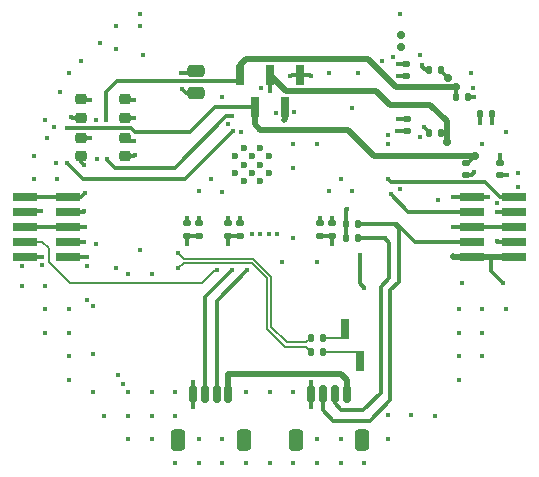
<source format=gbl>
%TF.GenerationSoftware,KiCad,Pcbnew,(6.0.9)*%
%TF.CreationDate,2023-02-02T10:43:15+01:00*%
%TF.ProjectId,ESPBoard,45535042-6f61-4726-942e-6b696361645f,rev?*%
%TF.SameCoordinates,Original*%
%TF.FileFunction,Copper,L6,Bot*%
%TF.FilePolarity,Positive*%
%FSLAX46Y46*%
G04 Gerber Fmt 4.6, Leading zero omitted, Abs format (unit mm)*
G04 Created by KiCad (PCBNEW (6.0.9)) date 2023-02-02 10:43:15*
%MOMM*%
%LPD*%
G01*
G04 APERTURE LIST*
G04 Aperture macros list*
%AMRoundRect*
0 Rectangle with rounded corners*
0 $1 Rounding radius*
0 $2 $3 $4 $5 $6 $7 $8 $9 X,Y pos of 4 corners*
0 Add a 4 corners polygon primitive as box body*
4,1,4,$2,$3,$4,$5,$6,$7,$8,$9,$2,$3,0*
0 Add four circle primitives for the rounded corners*
1,1,$1+$1,$2,$3*
1,1,$1+$1,$4,$5*
1,1,$1+$1,$6,$7*
1,1,$1+$1,$8,$9*
0 Add four rect primitives between the rounded corners*
20,1,$1+$1,$2,$3,$4,$5,0*
20,1,$1+$1,$4,$5,$6,$7,0*
20,1,$1+$1,$6,$7,$8,$9,0*
20,1,$1+$1,$8,$9,$2,$3,0*%
G04 Aperture macros list end*
%TA.AperFunction,ComponentPad*%
%ADD10C,0.600000*%
%TD*%
%TA.AperFunction,SMDPad,CuDef*%
%ADD11RoundRect,0.225000X0.250000X-0.225000X0.250000X0.225000X-0.250000X0.225000X-0.250000X-0.225000X0*%
%TD*%
%TA.AperFunction,SMDPad,CuDef*%
%ADD12RoundRect,0.150000X0.150000X0.625000X-0.150000X0.625000X-0.150000X-0.625000X0.150000X-0.625000X0*%
%TD*%
%TA.AperFunction,SMDPad,CuDef*%
%ADD13RoundRect,0.250000X0.350000X0.650000X-0.350000X0.650000X-0.350000X-0.650000X0.350000X-0.650000X0*%
%TD*%
%TA.AperFunction,SMDPad,CuDef*%
%ADD14RoundRect,0.135000X-0.185000X0.135000X-0.185000X-0.135000X0.185000X-0.135000X0.185000X0.135000X0*%
%TD*%
%TA.AperFunction,SMDPad,CuDef*%
%ADD15RoundRect,0.250000X0.475000X-0.250000X0.475000X0.250000X-0.475000X0.250000X-0.475000X-0.250000X0*%
%TD*%
%TA.AperFunction,SMDPad,CuDef*%
%ADD16RoundRect,0.135000X-0.135000X-0.185000X0.135000X-0.185000X0.135000X0.185000X-0.135000X0.185000X0*%
%TD*%
%TA.AperFunction,SMDPad,CuDef*%
%ADD17RoundRect,0.135000X0.185000X-0.135000X0.185000X0.135000X-0.185000X0.135000X-0.185000X-0.135000X0*%
%TD*%
%TA.AperFunction,SMDPad,CuDef*%
%ADD18R,2.100000X0.750000*%
%TD*%
%TA.AperFunction,SMDPad,CuDef*%
%ADD19RoundRect,0.135000X0.135000X0.185000X-0.135000X0.185000X-0.135000X-0.185000X0.135000X-0.185000X0*%
%TD*%
%TA.AperFunction,SMDPad,CuDef*%
%ADD20R,0.650000X1.800000*%
%TD*%
%TA.AperFunction,ViaPad*%
%ADD21C,0.450000*%
%TD*%
%TA.AperFunction,ViaPad*%
%ADD22C,0.700000*%
%TD*%
%TA.AperFunction,Conductor*%
%ADD23C,0.300000*%
%TD*%
%TA.AperFunction,Conductor*%
%ADD24C,0.500000*%
%TD*%
%TA.AperFunction,Conductor*%
%ADD25C,0.180000*%
%TD*%
%TA.AperFunction,Conductor*%
%ADD26C,0.200000*%
%TD*%
G04 APERTURE END LIST*
D10*
%TO.P,U301,41,GND*%
%TO.N,GND*%
X149200000Y-93360000D03*
X147100000Y-95460000D03*
X147800000Y-93360000D03*
X148500000Y-95460000D03*
X147800000Y-94760000D03*
X147100000Y-94060000D03*
X149200000Y-94760000D03*
X149200000Y-96160000D03*
X148500000Y-94060000D03*
X149900000Y-94060000D03*
X149900000Y-95460000D03*
X147800000Y-96160000D03*
%TD*%
D11*
%TO.P,C401,1*%
%TO.N,Cell1ADC*%
X134000000Y-94025000D03*
%TO.P,C401,2*%
%TO.N,GND*%
X134000000Y-92475000D03*
%TD*%
D12*
%TO.P,J204,1,Pin_1*%
%TO.N,+3V3*%
X146500000Y-114200000D03*
%TO.P,J204,2,Pin_2*%
%TO.N,MAINLED_nFTL*%
X145500000Y-114200000D03*
%TO.P,J204,3,Pin_3*%
%TO.N,MAINLED_PWM*%
X144500000Y-114200000D03*
%TO.P,J204,4,Pin_4*%
%TO.N,GND*%
X143500000Y-114200000D03*
D13*
%TO.P,J204,MP*%
%TO.N,N/C*%
X147800000Y-118075000D03*
X142200000Y-118075000D03*
%TD*%
D14*
%TO.P,R410,1*%
%TO.N,Cell1Balance*%
X161500000Y-86240000D03*
%TO.P,R410,2*%
%TO.N,GND*%
X161500000Y-87260000D03*
%TD*%
D15*
%TO.P,C301,1*%
%TO.N,+3V3*%
X143750000Y-88700000D03*
%TO.P,C301,2*%
%TO.N,GND*%
X143750000Y-86800000D03*
%TD*%
D16*
%TO.P,R319,1*%
%TO.N,+3V3*%
X156490000Y-99750000D03*
%TO.P,R319,2*%
%TO.N,I2C_SCL*%
X157510000Y-99750000D03*
%TD*%
%TO.P,R303,1*%
%TO.N,/P3 ESP32/USB_D+*%
X153490000Y-110600000D03*
%TO.P,R303,2*%
%TO.N,C_USB_D+*%
X154510000Y-110600000D03*
%TD*%
D17*
%TO.P,R307,1*%
%TO.N,/P3 ESP32/Select 3*%
X144000000Y-100760000D03*
%TO.P,R307,2*%
%TO.N,GND*%
X144000000Y-99740000D03*
%TD*%
D14*
%TO.P,R317,1*%
%TO.N,+3V3*%
X143000000Y-99740000D03*
%TO.P,R317,2*%
%TO.N,/P3 ESP32/Select 3*%
X143000000Y-100760000D03*
%TD*%
%TO.P,R407,1*%
%TO.N,Cell2Balance*%
X161650000Y-90890000D03*
%TO.P,R407,2*%
%TO.N,GND*%
X161650000Y-91910000D03*
%TD*%
D18*
%TO.P,J203,1,Pin_1*%
%TO.N,+3V3*%
X132900000Y-102540000D03*
%TO.P,J203,2,Pin_2*%
X129300000Y-102540000D03*
%TO.P,J203,3,Pin_3*%
%TO.N,BQ_IBAT*%
X132900000Y-101270000D03*
%TO.P,J203,4,Pin_4*%
%TO.N,BQ_EN_OTG*%
X129300000Y-101270000D03*
%TO.P,J203,5,Pin_5*%
%TO.N,GND*%
X132900000Y-100000000D03*
%TO.P,J203,6,Pin_6*%
X129300000Y-100000000D03*
%TO.P,J203,7,Pin_7*%
%TO.N,BQ_IADPT*%
X132900000Y-98730000D03*
%TO.P,J203,8,Pin_8*%
%TO.N,BQ_CMPOUT*%
X129300000Y-98730000D03*
%TO.P,J203,9,Pin_9*%
%TO.N,GND*%
X132900000Y-97460000D03*
%TO.P,J203,10,Pin_10*%
X129300000Y-97460000D03*
%TD*%
D16*
%TO.P,R402,1*%
%TO.N,Cell4*%
X165790000Y-89000000D03*
%TO.P,R402,2*%
%TO.N,/P4 Batsense-Balancing/nCell4Balance*%
X166810000Y-89000000D03*
%TD*%
D17*
%TO.P,R404,1*%
%TO.N,Cell3Balance*%
X169500000Y-95620000D03*
%TO.P,R404,2*%
%TO.N,GND*%
X169500000Y-94600000D03*
%TD*%
D12*
%TO.P,J207,1,Pin_1*%
%TO.N,+3V3*%
X156500000Y-114200000D03*
%TO.P,J207,2,Pin_2*%
%TO.N,I2C_SDA*%
X155500000Y-114200000D03*
%TO.P,J207,3,Pin_3*%
%TO.N,I2C_SCL*%
X154500000Y-114200000D03*
%TO.P,J207,4,Pin_4*%
%TO.N,GND*%
X153500000Y-114200000D03*
D13*
%TO.P,J207,MP*%
%TO.N,N/C*%
X152200000Y-118075000D03*
X157800000Y-118075000D03*
%TD*%
D19*
%TO.P,R408,1*%
%TO.N,Cell2*%
X164510000Y-92100000D03*
%TO.P,R408,2*%
%TO.N,/P4 Batsense-Balancing/nCell2Balance*%
X163490000Y-92100000D03*
%TD*%
D18*
%TO.P,J201,1,Pin_1*%
%TO.N,+3V3*%
X170700000Y-102540000D03*
%TO.P,J201,2,Pin_2*%
X167100000Y-102540000D03*
%TO.P,J201,3,Pin_3*%
%TO.N,I2C_SDA*%
X170700000Y-101270000D03*
%TO.P,J201,4,Pin_4*%
%TO.N,I2C_SCL*%
X167100000Y-101270000D03*
%TO.P,J201,5,Pin_5*%
%TO.N,GND*%
X170700000Y-100000000D03*
%TO.P,J201,6,Pin_6*%
X167100000Y-100000000D03*
%TO.P,J201,7,Pin_7*%
%TO.N,USBPD_INT_N*%
X170700000Y-98730000D03*
%TO.P,J201,8,Pin_8*%
%TO.N,BQ_CHRG_OK*%
X167100000Y-98730000D03*
%TO.P,J201,9,Pin_9*%
%TO.N,USBPD_PTN_ID*%
X170700000Y-97460000D03*
%TO.P,J201,10,Pin_10*%
%TO.N,GND*%
X167100000Y-97460000D03*
%TD*%
D17*
%TO.P,R305,1*%
%TO.N,/P3 ESP32/Select 1*%
X155250000Y-100760000D03*
%TO.P,R305,2*%
%TO.N,GND*%
X155250000Y-99740000D03*
%TD*%
D11*
%TO.P,C403,1*%
%TO.N,Cell3ADC*%
X134000000Y-90775000D03*
%TO.P,C403,2*%
%TO.N,GND*%
X134000000Y-89225000D03*
%TD*%
D14*
%TO.P,R316,1*%
%TO.N,+3V3*%
X146500000Y-99740000D03*
%TO.P,R316,2*%
%TO.N,/P3 ESP32/Select 2*%
X146500000Y-100760000D03*
%TD*%
D17*
%TO.P,R306,1*%
%TO.N,/P3 ESP32/Select 2*%
X147500000Y-100760000D03*
%TO.P,R306,2*%
%TO.N,GND*%
X147500000Y-99740000D03*
%TD*%
D14*
%TO.P,R315,1*%
%TO.N,+3V3*%
X154250000Y-99740000D03*
%TO.P,R315,2*%
%TO.N,/P3 ESP32/Select 1*%
X154250000Y-100760000D03*
%TD*%
D16*
%TO.P,R318,1*%
%TO.N,+3V3*%
X156490000Y-101000000D03*
%TO.P,R318,2*%
%TO.N,I2C_SDA*%
X157510000Y-101000000D03*
%TD*%
D19*
%TO.P,R411,1*%
%TO.N,Cell1*%
X164520000Y-86750000D03*
%TO.P,R411,2*%
%TO.N,/P4 Batsense-Balancing/nCell1Balance*%
X163500000Y-86750000D03*
%TD*%
D11*
%TO.P,C404,1*%
%TO.N,Cell4ADC*%
X137750000Y-90775000D03*
%TO.P,C404,2*%
%TO.N,GND*%
X137750000Y-89225000D03*
%TD*%
D20*
%TO.P,J202,1,Pin_1*%
%TO.N,C_USB_D+*%
X157635000Y-111350000D03*
%TO.P,J202,2,Pin_2*%
%TO.N,C_USB_D-*%
X156365000Y-108650000D03*
%TD*%
%TO.P,J206,1,Pin_1*%
%TO.N,Cell4*%
X147460000Y-87150000D03*
%TO.P,J206,2,Pin_2*%
%TO.N,Cell3*%
X148730000Y-89850000D03*
%TO.P,J206,3,Pin_3*%
%TO.N,Cell2*%
X150000000Y-87150000D03*
%TO.P,J206,4,Pin_4*%
%TO.N,Cell1*%
X151270000Y-89850000D03*
%TO.P,J206,5,Pin_5*%
%TO.N,GND*%
X152540000Y-87150000D03*
%TD*%
D16*
%TO.P,R304,1*%
%TO.N,/P3 ESP32/USB_D-*%
X153490000Y-109400000D03*
%TO.P,R304,2*%
%TO.N,C_USB_D-*%
X154510000Y-109400000D03*
%TD*%
D11*
%TO.P,C402,1*%
%TO.N,Cell2ADC*%
X137750000Y-94025000D03*
%TO.P,C402,2*%
%TO.N,GND*%
X137750000Y-92475000D03*
%TD*%
D14*
%TO.P,R405,1*%
%TO.N,Cell3*%
X166600000Y-94590000D03*
%TO.P,R405,2*%
%TO.N,/P4 Batsense-Balancing/nCell3Balance*%
X166600000Y-95610000D03*
%TD*%
D16*
%TO.P,R401,1*%
%TO.N,Cell4Balance*%
X167790000Y-90500000D03*
%TO.P,R401,2*%
%TO.N,GND*%
X168810000Y-90500000D03*
%TD*%
D21*
%TO.N,Cell1ADC*%
X134270000Y-94770000D03*
%TO.N,Cell2ADC*%
X138570000Y-93950000D03*
%TO.N,Cell3ADC*%
X133210000Y-90700000D03*
%TO.N,Cell4ADC*%
X138510000Y-90850000D03*
%TO.N,I2C_SDA*%
X159740000Y-101010000D03*
X169250000Y-101250000D03*
%TO.N,USBPD_INT_N*%
X169250000Y-98750000D03*
%TO.N,BQ_CHRG_OK*%
X160250000Y-97250000D03*
%TO.N,I2C_SCL*%
X159750000Y-99750000D03*
%TO.N,+3V3*%
X154250000Y-99250000D03*
X134530000Y-102540000D03*
X146500000Y-112500000D03*
X156500000Y-98500000D03*
X143000000Y-99250000D03*
X169750000Y-104750000D03*
X168710000Y-102540000D03*
X130730000Y-102540000D03*
X142560000Y-88330000D03*
X146500000Y-99250000D03*
X165500000Y-102500000D03*
%TO.N,BQ_IBAT*%
X134300000Y-101300000D03*
%TO.N,BQ_IADPT*%
X134300000Y-98700000D03*
%TO.N,BQ_CMPOUT*%
X130600000Y-98700000D03*
%TO.N,BQ_EN_OTG*%
X145560000Y-103660000D03*
%TO.N,MAINLED_PWM*%
X146820000Y-103670000D03*
%TO.N,GND*%
X133000000Y-109000000D03*
X131000000Y-91000000D03*
X134510000Y-106230000D03*
X133000000Y-111000000D03*
X130000000Y-96000000D03*
D22*
X161100000Y-84800000D03*
D21*
X161000000Y-96824500D03*
X168000000Y-111000000D03*
X131000000Y-107000000D03*
X168500000Y-97500000D03*
X142000000Y-114000000D03*
X144000000Y-97000000D03*
X131750000Y-91600000D03*
X161992971Y-115991529D03*
X135300000Y-91000000D03*
X168000000Y-93000000D03*
X131100000Y-92500000D03*
X142000000Y-116000000D03*
X162750000Y-85500000D03*
X160860000Y-87260000D03*
X167000000Y-87000000D03*
X171000000Y-96660498D03*
X138000000Y-114000000D03*
X153500000Y-113174500D03*
X150998843Y-102994516D03*
D22*
X161100000Y-83800000D03*
D21*
X143500000Y-113174500D03*
X134360000Y-100000000D03*
X169250000Y-98000000D03*
X140000000Y-114000000D03*
X134350000Y-97120000D03*
X139250000Y-85500000D03*
X157991529Y-119991529D03*
X161000000Y-82000000D03*
X157500000Y-87000000D03*
X156000000Y-118000000D03*
X131900000Y-94600000D03*
X146000000Y-120000000D03*
X164250000Y-97750000D03*
X168750000Y-100000000D03*
X167250000Y-88250000D03*
X146000000Y-118000000D03*
X157000000Y-90000000D03*
X137000000Y-85000000D03*
X130730000Y-100000000D03*
X152000000Y-120016941D03*
X168000000Y-107000000D03*
X162750000Y-92425500D03*
X138000000Y-116000000D03*
X144000000Y-120000000D03*
X164000000Y-116000000D03*
X146480000Y-91330000D03*
X131460000Y-100000000D03*
X157000000Y-97000000D03*
X134750000Y-89250000D03*
X151989892Y-100993360D03*
X155250000Y-99250000D03*
X160810000Y-91910000D03*
X156000000Y-96000000D03*
X145967365Y-97048224D03*
X152000000Y-93000000D03*
X169500000Y-93900000D03*
X140000000Y-118000000D03*
X137000000Y-83000000D03*
X159993933Y-115991529D03*
X150000000Y-114000000D03*
X149992491Y-119987294D03*
X147576233Y-92016233D03*
X150650000Y-100660000D03*
X166000000Y-109000000D03*
X168800000Y-91200000D03*
X160462792Y-85626706D03*
X145000000Y-96000000D03*
X153500000Y-115250000D03*
X160000000Y-92250000D03*
X159992010Y-117999519D03*
X137000000Y-103500000D03*
X152019502Y-90325500D03*
X150520498Y-90425500D03*
X132000000Y-96000000D03*
X134750000Y-92500000D03*
X147500000Y-99250000D03*
X166000000Y-107000000D03*
X137600000Y-113330000D03*
X171000000Y-95500000D03*
X139000000Y-83000000D03*
X134560000Y-103320000D03*
X139000000Y-82000000D03*
X135250000Y-101500000D03*
X138500000Y-92750000D03*
X142000000Y-120000000D03*
X129000000Y-105000000D03*
X135000000Y-114000000D03*
X130000000Y-94000000D03*
X165500000Y-100000000D03*
X130790000Y-97460000D03*
X138500000Y-89250000D03*
X145994219Y-88998843D03*
X165500000Y-97500000D03*
X149300000Y-88300000D03*
X133000000Y-87000000D03*
X133000000Y-107000000D03*
X135400000Y-94300000D03*
X155000000Y-87000000D03*
X136000000Y-116000000D03*
X152000000Y-114000000D03*
X151750000Y-87250000D03*
X154000000Y-103000000D03*
X155000000Y-97000000D03*
X129000000Y-103339502D03*
X134000000Y-86000000D03*
X170000000Y-92000000D03*
X148000000Y-114000000D03*
X148000000Y-120000000D03*
X170000000Y-107000000D03*
X144000000Y-118000000D03*
X135660000Y-84470000D03*
X154000000Y-93000000D03*
X138000000Y-117994803D03*
X155992491Y-119991529D03*
X154000000Y-120000000D03*
X144000000Y-99250000D03*
X166000000Y-113000000D03*
X130760000Y-103214500D03*
X166250000Y-104750000D03*
X153500000Y-87250000D03*
X138999999Y-101992010D03*
X159500000Y-86000000D03*
X131000000Y-105000000D03*
X131000000Y-109000000D03*
X140000000Y-104000000D03*
X142500000Y-87000000D03*
X132996245Y-112998557D03*
X148490000Y-100650000D03*
X139997687Y-115999999D03*
X132240000Y-88590000D03*
X138000000Y-104000000D03*
X135000000Y-110750000D03*
X168000000Y-109000000D03*
X143500000Y-115250000D03*
X166000000Y-111000000D03*
X152000000Y-95000000D03*
X154000000Y-118000000D03*
%TO.N,MAINLED_nFTL*%
X148090000Y-103710000D03*
%TO.N,UART_TXDO*%
X135000000Y-106710000D03*
X149190000Y-100640000D03*
%TO.N,UART_RXDO*%
X149960000Y-100590000D03*
X137120000Y-112570000D03*
%TO.N,/P3 ESP32/LED6*%
X157630000Y-102370000D03*
X158020000Y-105180000D03*
D22*
%TO.N,Cell4*%
X165800000Y-88200000D03*
D21*
X136149000Y-91000000D03*
D22*
%TO.N,Cell3*%
X167400000Y-94000000D03*
D21*
X132875000Y-91675000D03*
%TO.N,Cell2*%
X146830000Y-90640000D03*
X136250000Y-94250000D03*
D22*
X165000000Y-92800000D03*
D21*
X150000000Y-88500000D03*
%TO.N,Cell1*%
X146920000Y-91870000D03*
D22*
X165100000Y-87400000D03*
D21*
X151200000Y-91000000D03*
X132800000Y-94600000D03*
%TO.N,/P3 ESP32/USB_D+*%
X142250000Y-103550000D03*
%TO.N,/P3 ESP32/USB_D-*%
X142270000Y-102280000D03*
%TO.N,/P3 ESP32/Select 1*%
X155250000Y-101500000D03*
%TO.N,/P3 ESP32/Select 2*%
X146500000Y-101500000D03*
%TO.N,/P3 ESP32/Select 3*%
X143000000Y-101500000D03*
%TO.N,Cell4Balance*%
X160000000Y-93000000D03*
X167800000Y-91200000D03*
%TO.N,/P4 Batsense-Balancing/nCell4Balance*%
X167300000Y-89000000D03*
%TO.N,Cell3Balance*%
X170100000Y-95600000D03*
%TO.N,/P4 Batsense-Balancing/nCell3Balance*%
X167300000Y-95400000D03*
%TO.N,Cell2Balance*%
X160900000Y-90900000D03*
%TO.N,/P4 Batsense-Balancing/nCell2Balance*%
X163100000Y-91600000D03*
%TO.N,Cell1Balance*%
X160900000Y-86200000D03*
%TO.N,/P4 Batsense-Balancing/nCell1Balance*%
X162900000Y-86300000D03*
%TO.N,USBPD_PTN_ID*%
X160000000Y-96000000D03*
%TD*%
D23*
%TO.N,Cell1ADC*%
X134000000Y-94500000D02*
X134270000Y-94770000D01*
X134000000Y-94025000D02*
X134000000Y-94500000D01*
%TO.N,Cell2ADC*%
X137750000Y-94025000D02*
X138495000Y-94025000D01*
X138495000Y-94025000D02*
X138570000Y-93950000D01*
%TO.N,Cell3ADC*%
X133285000Y-90775000D02*
X133210000Y-90700000D01*
X134000000Y-90775000D02*
X133285000Y-90775000D01*
%TO.N,Cell4ADC*%
X137750000Y-90775000D02*
X138435000Y-90775000D01*
X138435000Y-90775000D02*
X138510000Y-90850000D01*
%TO.N,I2C_SDA*%
X159390000Y-105120000D02*
X160130000Y-104380000D01*
X159390000Y-114060000D02*
X159390000Y-105120000D01*
X155500000Y-114200000D02*
X155500000Y-114970000D01*
X169270000Y-101270000D02*
X169250000Y-101250000D01*
X159730000Y-101000000D02*
X159740000Y-101010000D01*
X156070000Y-115540000D02*
X157910000Y-115540000D01*
X157910000Y-115540000D02*
X159390000Y-114060000D01*
X160130000Y-101400000D02*
X159740000Y-101010000D01*
X160130000Y-104380000D02*
X160130000Y-101400000D01*
X157510000Y-101000000D02*
X159730000Y-101000000D01*
X155500000Y-114970000D02*
X156070000Y-115540000D01*
X170700000Y-101270000D02*
X169270000Y-101270000D01*
%TO.N,USBPD_INT_N*%
X169270000Y-98730000D02*
X169250000Y-98750000D01*
X170700000Y-98730000D02*
X169270000Y-98730000D01*
%TO.N,BQ_CHRG_OK*%
X161730000Y-98730000D02*
X160250000Y-97250000D01*
X167100000Y-98730000D02*
X161730000Y-98730000D01*
%TO.N,I2C_SCL*%
X160160000Y-114717106D02*
X158447106Y-116430000D01*
X159250000Y-99750000D02*
X159750000Y-99750000D01*
X158447106Y-116430000D02*
X155380000Y-116430000D01*
X160160000Y-105410000D02*
X160160000Y-114717106D01*
X154500000Y-115550000D02*
X154500000Y-114200000D01*
X160500000Y-99750000D02*
X160910000Y-100160000D01*
X167100000Y-101270000D02*
X162270000Y-101270000D01*
X162270000Y-101270000D02*
X160750000Y-99750000D01*
X160750000Y-99750000D02*
X160500000Y-99750000D01*
X160910000Y-100160000D02*
X160910000Y-104660000D01*
X157510000Y-99750000D02*
X159250000Y-99750000D01*
X160500000Y-99750000D02*
X159250000Y-99750000D01*
X155380000Y-116430000D02*
X154500000Y-115550000D01*
X160910000Y-104660000D02*
X160160000Y-105410000D01*
D24*
%TO.N,+3V3*%
X146500000Y-114200000D02*
X146500000Y-112500000D01*
D23*
X168750000Y-102580000D02*
X168710000Y-102540000D01*
X142930000Y-88700000D02*
X142560000Y-88330000D01*
X168750000Y-103750000D02*
X168750000Y-102580000D01*
X129300000Y-102540000D02*
X130730000Y-102540000D01*
D24*
X167100000Y-102540000D02*
X165540000Y-102540000D01*
D23*
X156490000Y-99750000D02*
X156490000Y-98510000D01*
X143750000Y-88700000D02*
X142930000Y-88700000D01*
D24*
X167100000Y-102540000D02*
X168710000Y-102540000D01*
X156000000Y-112500000D02*
X146500000Y-112500000D01*
X165540000Y-102540000D02*
X165500000Y-102500000D01*
D23*
X169750000Y-104750000D02*
X168750000Y-103750000D01*
X154250000Y-99740000D02*
X154250000Y-99250000D01*
X146500000Y-99740000D02*
X146500000Y-99250000D01*
X156490000Y-98510000D02*
X156500000Y-98500000D01*
X132900000Y-102540000D02*
X134530000Y-102540000D01*
D24*
X168710000Y-102540000D02*
X170700000Y-102540000D01*
D23*
X156490000Y-99750000D02*
X156490000Y-101000000D01*
D24*
X156500000Y-113000000D02*
X156000000Y-112500000D01*
D23*
X143000000Y-99740000D02*
X143000000Y-99250000D01*
D24*
X156500000Y-114200000D02*
X156500000Y-113000000D01*
D25*
%TO.N,C_USB_D+*%
X157635000Y-110635000D02*
X157600000Y-110600000D01*
X157600000Y-110600000D02*
X154510000Y-110600000D01*
X157635000Y-111350000D02*
X157635000Y-110635000D01*
%TO.N,C_USB_D-*%
X156365000Y-108650000D02*
X156365000Y-109435000D01*
X154610000Y-109400000D02*
X154510000Y-109500000D01*
X156330000Y-109400000D02*
X154610000Y-109400000D01*
X156365000Y-109435000D02*
X156330000Y-109400000D01*
D23*
%TO.N,BQ_IBAT*%
X132900000Y-101270000D02*
X134270000Y-101270000D01*
X134270000Y-101270000D02*
X134300000Y-101300000D01*
%TO.N,BQ_IADPT*%
X132900000Y-98730000D02*
X134270000Y-98730000D01*
X134270000Y-98730000D02*
X134300000Y-98700000D01*
%TO.N,BQ_CMPOUT*%
X130600000Y-98700000D02*
X129330000Y-98700000D01*
X129330000Y-98700000D02*
X129300000Y-98730000D01*
D26*
%TO.N,BQ_EN_OTG*%
X145400000Y-103660000D02*
X144300000Y-104760000D01*
X131320000Y-101850000D02*
X130740000Y-101270000D01*
X145560000Y-103660000D02*
X145400000Y-103660000D01*
X130740000Y-101270000D02*
X129300000Y-101270000D01*
X144300000Y-104760000D02*
X133120000Y-104760000D01*
X133120000Y-104760000D02*
X131320000Y-102960000D01*
X131320000Y-102960000D02*
X131320000Y-101850000D01*
D23*
%TO.N,MAINLED_PWM*%
X144500000Y-105990000D02*
X144500000Y-114200000D01*
X146820000Y-103670000D02*
X144500000Y-105990000D01*
%TO.N,GND*%
X129300000Y-97460000D02*
X130790000Y-97460000D01*
X167100000Y-97460000D02*
X165540000Y-97460000D01*
X132900000Y-97460000D02*
X134010000Y-97460000D01*
X152540000Y-87150000D02*
X151850000Y-87150000D01*
X134010000Y-97460000D02*
X134350000Y-97120000D01*
X167100000Y-100000000D02*
X168750000Y-100000000D01*
X138500000Y-92750000D02*
X138025000Y-92750000D01*
X155250000Y-99740000D02*
X155250000Y-99250000D01*
X153500000Y-114200000D02*
X153500000Y-113174500D01*
X167100000Y-97460000D02*
X168460000Y-97460000D01*
X132900000Y-100000000D02*
X134360000Y-100000000D01*
X134025000Y-89250000D02*
X134000000Y-89225000D01*
X144000000Y-99740000D02*
X144000000Y-99250000D01*
X131460000Y-100000000D02*
X132900000Y-100000000D01*
X169500000Y-94600000D02*
X169500000Y-93900000D01*
X142500000Y-87000000D02*
X143550000Y-87000000D01*
X143500000Y-114200000D02*
X143500000Y-115250000D01*
X143550000Y-87000000D02*
X143750000Y-86800000D01*
X134750000Y-92500000D02*
X134025000Y-92500000D01*
X153500000Y-114200000D02*
X153500000Y-115250000D01*
X151850000Y-87150000D02*
X151750000Y-87250000D01*
X143500000Y-114200000D02*
X143500000Y-113174500D01*
X130730000Y-100000000D02*
X131460000Y-100000000D01*
X153400000Y-87150000D02*
X153500000Y-87250000D01*
X160810000Y-91910000D02*
X161650000Y-91910000D01*
X152540000Y-87150000D02*
X153400000Y-87150000D01*
X137775000Y-89250000D02*
X137750000Y-89225000D01*
X168810000Y-91190000D02*
X168800000Y-91200000D01*
X134750000Y-89250000D02*
X134025000Y-89250000D01*
X160860000Y-87260000D02*
X161500000Y-87260000D01*
X147500000Y-99740000D02*
X147500000Y-99250000D01*
X130790000Y-97460000D02*
X132900000Y-97460000D01*
X168810000Y-90500000D02*
X168810000Y-91190000D01*
X168750000Y-100000000D02*
X170700000Y-100000000D01*
X165540000Y-97460000D02*
X165500000Y-97500000D01*
X138500000Y-89250000D02*
X137775000Y-89250000D01*
X168460000Y-97460000D02*
X168500000Y-97500000D01*
X129300000Y-100000000D02*
X130730000Y-100000000D01*
X138025000Y-92750000D02*
X137750000Y-92475000D01*
X167100000Y-100000000D02*
X165500000Y-100000000D01*
X134025000Y-92500000D02*
X134000000Y-92475000D01*
%TO.N,MAINLED_nFTL*%
X148090000Y-103710000D02*
X145500000Y-106300000D01*
X145500000Y-106300000D02*
X145500000Y-114200000D01*
%TO.N,/P3 ESP32/LED6*%
X157600000Y-104760000D02*
X157600000Y-102400000D01*
X157600000Y-102400000D02*
X157630000Y-102370000D01*
X158020000Y-105180000D02*
X157600000Y-104760000D01*
%TO.N,Cell4*%
X165790000Y-88210000D02*
X165800000Y-88200000D01*
X147460000Y-87680000D02*
X137090000Y-87680000D01*
D24*
X158300000Y-85800000D02*
X160700000Y-88200000D01*
D23*
X147460000Y-87150000D02*
X147460000Y-87680000D01*
X137090000Y-87680000D02*
X136149000Y-88621000D01*
X165790000Y-89000000D02*
X165790000Y-88210000D01*
X136149000Y-88621000D02*
X136149000Y-91000000D01*
D24*
X148000000Y-85800000D02*
X158300000Y-85800000D01*
X147460000Y-87150000D02*
X147460000Y-86340000D01*
X160700000Y-88200000D02*
X165800000Y-88200000D01*
X147460000Y-86340000D02*
X148000000Y-85800000D01*
D23*
%TO.N,Cell3*%
X138563173Y-92000000D02*
X143250000Y-92000000D01*
D24*
X158800000Y-94000000D02*
X167400000Y-94000000D01*
X149200000Y-91800000D02*
X156600000Y-91800000D01*
D23*
X166600000Y-94590000D02*
X166810000Y-94590000D01*
D24*
X156600000Y-91800000D02*
X158800000Y-94000000D01*
D23*
X138238173Y-91675000D02*
X138563173Y-92000000D01*
X132875000Y-91675000D02*
X138238173Y-91675000D01*
X166810000Y-94590000D02*
X167400000Y-94000000D01*
X143250000Y-92000000D02*
X145400000Y-89850000D01*
D24*
X148730000Y-89850000D02*
X148730000Y-91330000D01*
X148730000Y-91330000D02*
X149200000Y-91800000D01*
D23*
X145400000Y-89850000D02*
X148730000Y-89850000D01*
D24*
%TO.N,Cell2*%
X163600000Y-89700000D02*
X165000000Y-91100000D01*
D23*
X141940000Y-95030000D02*
X136910000Y-95030000D01*
D24*
X165000000Y-91100000D02*
X165000000Y-92200000D01*
D23*
X164900000Y-92100000D02*
X165000000Y-92200000D01*
X136910000Y-95030000D02*
X136250000Y-94370000D01*
D24*
X151350000Y-88500000D02*
X159000000Y-88500000D01*
X150000000Y-87150000D02*
X151350000Y-88500000D01*
D23*
X146830000Y-90640000D02*
X146330000Y-90640000D01*
X146330000Y-90640000D02*
X141940000Y-95030000D01*
D24*
X165000000Y-92200000D02*
X165000000Y-92800000D01*
D23*
X164510000Y-92100000D02*
X164900000Y-92100000D01*
X150000000Y-87150000D02*
X150000000Y-88500000D01*
D24*
X159000000Y-88500000D02*
X160200000Y-89700000D01*
X160200000Y-89700000D02*
X163600000Y-89700000D01*
D23*
X136250000Y-94370000D02*
X136250000Y-94250000D01*
D24*
%TO.N,Cell1*%
X151200000Y-91000000D02*
X151270000Y-90930000D01*
X151270000Y-90930000D02*
X151270000Y-89850000D01*
D23*
X132810000Y-94600000D02*
X132800000Y-94600000D01*
X146920000Y-91870000D02*
X142840000Y-95950000D01*
X164520000Y-86820000D02*
X165100000Y-87400000D01*
X134160000Y-95950000D02*
X132810000Y-94600000D01*
X164520000Y-86750000D02*
X164520000Y-86820000D01*
X142840000Y-95950000D02*
X134160000Y-95950000D01*
D25*
%TO.N,/P3 ESP32/USB_D+*%
X149760000Y-108678702D02*
X151271298Y-110190000D01*
X142705000Y-103095000D02*
X148457598Y-103095000D01*
X149760000Y-104397402D02*
X149760000Y-108678702D01*
X151271298Y-110190000D02*
X153080000Y-110190000D01*
X148457598Y-103095000D02*
X149760000Y-104397402D01*
X153080000Y-110190000D02*
X153490000Y-110600000D01*
X142250000Y-103550000D02*
X142705000Y-103095000D01*
%TO.N,/P3 ESP32/USB_D-*%
X150140000Y-108521298D02*
X151428702Y-109810000D01*
X142270000Y-102280000D02*
X142705000Y-102715000D01*
X150140000Y-104240000D02*
X150140000Y-108521298D01*
X151428702Y-109810000D02*
X153080000Y-109810000D01*
X153080000Y-109810000D02*
X153490000Y-109400000D01*
X148615000Y-102715000D02*
X150140000Y-104240000D01*
X142705000Y-102715000D02*
X148615000Y-102715000D01*
D23*
%TO.N,/P3 ESP32/Select 1*%
X155250000Y-100760000D02*
X155250000Y-101500000D01*
X154250000Y-100760000D02*
X155250000Y-100760000D01*
%TO.N,/P3 ESP32/Select 2*%
X147500000Y-100760000D02*
X146500000Y-100760000D01*
X146500000Y-100760000D02*
X146500000Y-101500000D01*
%TO.N,/P3 ESP32/Select 3*%
X144000000Y-100760000D02*
X143000000Y-100760000D01*
X143000000Y-100760000D02*
X143000000Y-101500000D01*
%TO.N,Cell4Balance*%
X167790000Y-90500000D02*
X167790000Y-91190000D01*
X167790000Y-91190000D02*
X167800000Y-91200000D01*
%TO.N,/P4 Batsense-Balancing/nCell4Balance*%
X166810000Y-89000000D02*
X167300000Y-89000000D01*
%TO.N,Cell3Balance*%
X170100000Y-95600000D02*
X169520000Y-95600000D01*
X169520000Y-95600000D02*
X169500000Y-95620000D01*
%TO.N,/P4 Batsense-Balancing/nCell3Balance*%
X167090000Y-95610000D02*
X167300000Y-95400000D01*
X166600000Y-95610000D02*
X167090000Y-95610000D01*
%TO.N,Cell2Balance*%
X160910000Y-90890000D02*
X161650000Y-90890000D01*
X160900000Y-90900000D02*
X160910000Y-90890000D01*
%TO.N,/P4 Batsense-Balancing/nCell2Balance*%
X163490000Y-91990000D02*
X163100000Y-91600000D01*
X163490000Y-92100000D02*
X163490000Y-91990000D01*
%TO.N,Cell1Balance*%
X160900000Y-86200000D02*
X161460000Y-86200000D01*
X161460000Y-86200000D02*
X161500000Y-86240000D01*
%TO.N,/P4 Batsense-Balancing/nCell1Balance*%
X162900000Y-86300000D02*
X162900000Y-86450000D01*
X163200000Y-86750000D02*
X163500000Y-86750000D01*
X162900000Y-86450000D02*
X163200000Y-86750000D01*
%TO.N,USBPD_PTN_ID*%
X168500000Y-96500000D02*
X168250000Y-96250000D01*
X168250000Y-96250000D02*
X161500000Y-96250000D01*
X161500000Y-96250000D02*
X160250000Y-96250000D01*
X169460000Y-97460000D02*
X168500000Y-96500000D01*
X170700000Y-97460000D02*
X169460000Y-97460000D01*
X160250000Y-96250000D02*
X160000000Y-96000000D01*
%TD*%
M02*

</source>
